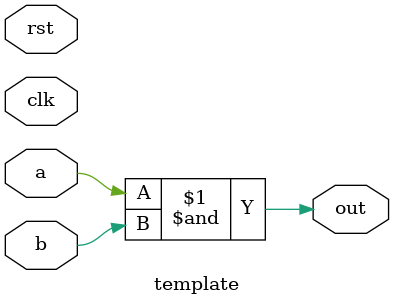
<source format=v>
module template (
    input clk, rst, a, b,
    output out
);

assign out = a & b;
    
endmodule
</source>
